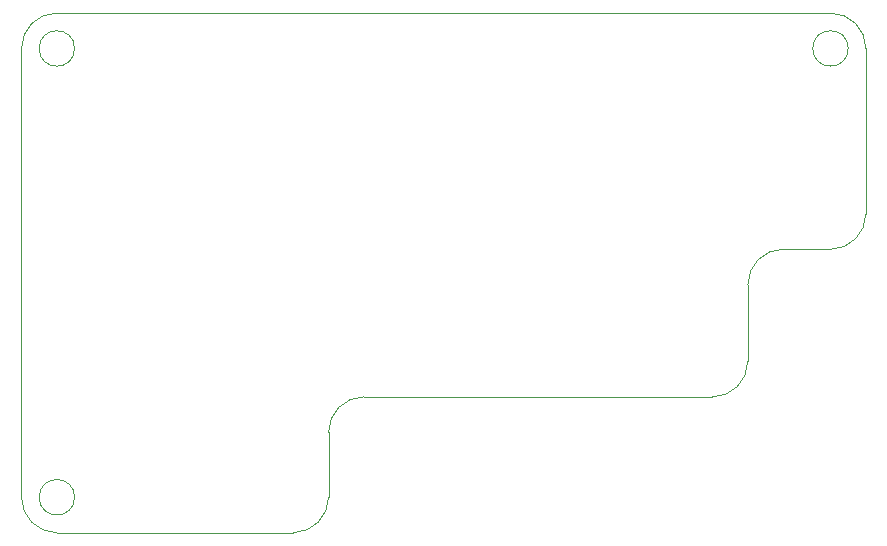
<source format=gm1>
G04 #@! TF.GenerationSoftware,KiCad,Pcbnew,(6.0.1-0)*
G04 #@! TF.CreationDate,2022-01-17T01:44:42+01:00*
G04 #@! TF.ProjectId,f_buzzer,665f6275-7a7a-4657-922e-6b696361645f,rev?*
G04 #@! TF.SameCoordinates,Original*
G04 #@! TF.FileFunction,Profile,NP*
%FSLAX46Y46*%
G04 Gerber Fmt 4.6, Leading zero omitted, Abs format (unit mm)*
G04 Created by KiCad (PCBNEW (6.0.1-0)) date 2022-01-17 01:44:42*
%MOMM*%
%LPD*%
G01*
G04 APERTURE LIST*
G04 #@! TA.AperFunction,Profile*
%ADD10C,0.050000*%
G04 #@! TD*
G04 APERTURE END LIST*
D10*
X140210000Y-117150000D02*
X140210000Y-111650000D01*
X118710000Y-79150000D02*
G75*
G03*
X118710000Y-79150000I-1500000J0D01*
G01*
X182710000Y-76150000D02*
X117210000Y-76150000D01*
X143210000Y-108650000D02*
G75*
G03*
X140210000Y-111650000I1J-3000001D01*
G01*
X114210000Y-117150000D02*
G75*
G03*
X117210000Y-120150000I3000001J1D01*
G01*
X117210000Y-120150000D02*
X137210000Y-120150000D01*
X185710000Y-79150000D02*
X185710000Y-93150000D01*
X175710000Y-99150000D02*
X175710000Y-105650000D01*
X182710000Y-96150000D02*
G75*
G03*
X185710000Y-93150000I-1J3000001D01*
G01*
X184210000Y-79150000D02*
G75*
G03*
X184210000Y-79150000I-1500000J0D01*
G01*
X117210000Y-76150000D02*
G75*
G03*
X114210000Y-79150000I1J-3000001D01*
G01*
X172710000Y-108650000D02*
G75*
G03*
X175710000Y-105650000I-1J3000001D01*
G01*
X172710000Y-108650000D02*
X143210000Y-108650000D01*
X118710000Y-117150000D02*
G75*
G03*
X118710000Y-117150000I-1500000J0D01*
G01*
X114210000Y-117150000D02*
X114210000Y-79150000D01*
X182710000Y-96150000D02*
X178710000Y-96150000D01*
X178710000Y-96150000D02*
G75*
G03*
X175710000Y-99150000I1J-3000001D01*
G01*
X185710000Y-79150000D02*
G75*
G03*
X182710000Y-76150000I-3000001J-1D01*
G01*
X137210000Y-120150000D02*
G75*
G03*
X140210000Y-117150000I-1J3000001D01*
G01*
M02*

</source>
